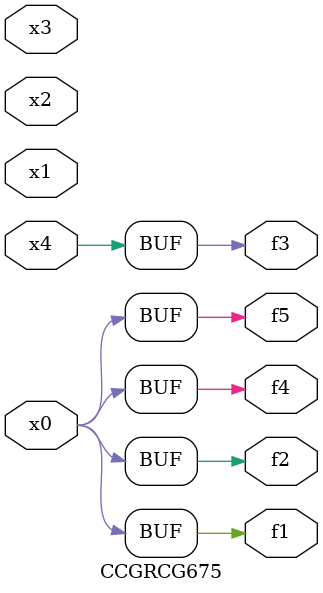
<source format=v>
module CCGRCG675(
	input x0, x1, x2, x3, x4,
	output f1, f2, f3, f4, f5
);
	assign f1 = x0;
	assign f2 = x0;
	assign f3 = x4;
	assign f4 = x0;
	assign f5 = x0;
endmodule

</source>
